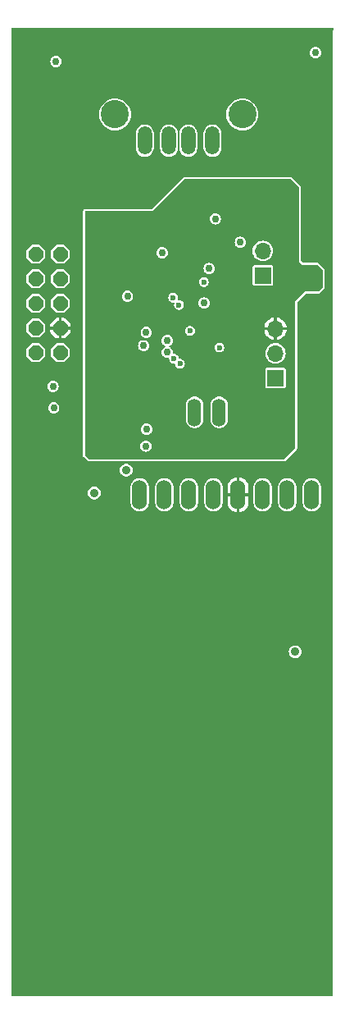
<source format=gbr>
%TF.GenerationSoftware,KiCad,Pcbnew,8.0.6*%
%TF.CreationDate,2024-11-27T18:57:57+00:00*%
%TF.ProjectId,wmk,776d6b2e-6b69-4636-9164-5f7063625858,rev?*%
%TF.SameCoordinates,Original*%
%TF.FileFunction,Copper,L2,Inr*%
%TF.FilePolarity,Positive*%
%FSLAX46Y46*%
G04 Gerber Fmt 4.6, Leading zero omitted, Abs format (unit mm)*
G04 Created by KiCad (PCBNEW 8.0.6) date 2024-11-27 18:57:57*
%MOMM*%
%LPD*%
G01*
G04 APERTURE LIST*
G04 Aperture macros list*
%AMOutline5P*
0 Free polygon, 5 corners , with rotation*
0 The origin of the aperture is its center*
0 number of corners: always 5*
0 $1 to $10 corner X, Y*
0 $11 Rotation angle, in degrees counterclockwise*
0 create outline with 5 corners*
4,1,5,$1,$2,$3,$4,$5,$6,$7,$8,$9,$10,$1,$2,$11*%
%AMOutline6P*
0 Free polygon, 6 corners , with rotation*
0 The origin of the aperture is its center*
0 number of corners: always 6*
0 $1 to $12 corner X, Y*
0 $13 Rotation angle, in degrees counterclockwise*
0 create outline with 6 corners*
4,1,6,$1,$2,$3,$4,$5,$6,$7,$8,$9,$10,$11,$12,$1,$2,$13*%
%AMOutline7P*
0 Free polygon, 7 corners , with rotation*
0 The origin of the aperture is its center*
0 number of corners: always 7*
0 $1 to $14 corner X, Y*
0 $15 Rotation angle, in degrees counterclockwise*
0 create outline with 7 corners*
4,1,7,$1,$2,$3,$4,$5,$6,$7,$8,$9,$10,$11,$12,$13,$14,$1,$2,$15*%
%AMOutline8P*
0 Free polygon, 8 corners , with rotation*
0 The origin of the aperture is its center*
0 number of corners: always 8*
0 $1 to $16 corner X, Y*
0 $17 Rotation angle, in degrees counterclockwise*
0 create outline with 8 corners*
4,1,8,$1,$2,$3,$4,$5,$6,$7,$8,$9,$10,$11,$12,$13,$14,$15,$16,$1,$2,$17*%
G04 Aperture macros list end*
%TA.AperFunction,ComponentPad*%
%ADD10R,1.700000X1.700000*%
%TD*%
%TA.AperFunction,ComponentPad*%
%ADD11O,1.700000X1.700000*%
%TD*%
%TA.AperFunction,ComponentPad*%
%ADD12O,1.422400X2.844800*%
%TD*%
%TA.AperFunction,ComponentPad*%
%ADD13O,1.458000X2.916000*%
%TD*%
%TA.AperFunction,ComponentPad*%
%ADD14C,2.900000*%
%TD*%
%TA.AperFunction,ComponentPad*%
%ADD15O,1.524000X3.048000*%
%TD*%
%TA.AperFunction,ComponentPad*%
%ADD16Outline8P,-0.762000X0.315631X-0.315631X0.762000X0.315631X0.762000X0.762000X0.315631X0.762000X-0.315631X0.315631X-0.762000X-0.315631X-0.762000X-0.762000X-0.315631X90.000000*%
%TD*%
%TA.AperFunction,ViaPad*%
%ADD17C,0.600000*%
%TD*%
%TA.AperFunction,ViaPad*%
%ADD18C,0.756400*%
%TD*%
%TA.AperFunction,ViaPad*%
%ADD19C,0.906400*%
%TD*%
G04 APERTURE END LIST*
D10*
%TO.N,/SWCLK*%
%TO.C,J2*%
X157200000Y-80625000D03*
D11*
%TO.N,/SWDIO*%
X157200000Y-78085000D03*
%TD*%
D12*
%TO.N,/RX*%
%TO.C,JP3*%
X150150000Y-94750000D03*
%TO.N,/TX*%
X152690000Y-94750000D03*
%TD*%
D13*
%TO.N,Net-(F1-Pad2)*%
%TO.C,X1*%
X152001100Y-66713600D03*
%TO.N,/USB_DM*%
X149501100Y-66713600D03*
%TO.N,/USB_DP*%
X147501100Y-66713600D03*
%TO.N,GND*%
X145001100Y-66713600D03*
D14*
%TO.N,unconnected-(X1-PadS1)*%
X155071100Y-64003600D03*
%TO.N,unconnected-(X1-PadS2)*%
X141931100Y-64003600D03*
%TD*%
D10*
%TO.N,GND*%
%TO.C,J1*%
X158500000Y-91190000D03*
D11*
%TO.N,Net-(J1-Pin_2)*%
X158500000Y-88650000D03*
%TO.N,VDD*%
X158500000Y-86110000D03*
%TD*%
D15*
%TO.N,/CLOCK*%
%TO.C,JP2*%
X162257431Y-103249369D03*
%TO.N,/DATA*%
X159717431Y-103249369D03*
%TO.N,/RESET*%
X157177431Y-103249369D03*
%TO.N,VCC*%
X154637431Y-103249369D03*
%TO.N,unconnected-(JP2-Pad5)*%
X152097431Y-103249369D03*
%TO.N,GND*%
X149557431Y-103249369D03*
%TO.N,/STATUS*%
X147017431Y-103249369D03*
%TO.N,/INUSE*%
X144477431Y-103249369D03*
%TD*%
D16*
%TO.N,Net-(U2-PB15)*%
%TO.C,JP1*%
X136271100Y-88583600D03*
%TO.N,Net-(U2-PB9)*%
X133731100Y-88583600D03*
%TO.N,VCC*%
X136271100Y-86043600D03*
%TO.N,Net-(U2-PB8)*%
X133731100Y-86043600D03*
%TO.N,GND*%
X136271100Y-83503600D03*
%TO.N,Net-(U2-PB5)*%
X133731100Y-83503600D03*
%TO.N,Net-(U2-PB14)*%
X136271100Y-80963600D03*
%TO.N,Net-(U2-PB4)*%
X133731100Y-80963600D03*
%TO.N,Net-(U2-PB13)*%
X136271100Y-78423600D03*
%TO.N,Net-(U2-PB3)*%
X133731100Y-78423600D03*
%TD*%
D17*
%TO.N,VDD*%
X154869200Y-78900000D03*
%TO.N,/SWCLK*%
X152700000Y-88053200D03*
%TO.N,/NRST*%
X151100000Y-81300000D03*
D18*
%TO.N,GND*%
X151140550Y-83459450D03*
X151650000Y-79900000D03*
X146792000Y-78272700D03*
X143210600Y-82768500D03*
X135590600Y-94274700D03*
X135819200Y-58536900D03*
D19*
X160546100Y-119446100D03*
X143083600Y-100713600D03*
D18*
X135514400Y-92064900D03*
D19*
X139781600Y-103063100D03*
D18*
%TO.N,VDD*%
X139857800Y-93512700D03*
X154793000Y-83530500D03*
X139934000Y-75605700D03*
X146563400Y-83378100D03*
X159746000Y-71719500D03*
X141762800Y-95417700D03*
X152049800Y-86578500D03*
X146258600Y-75072300D03*
%TO.N,VCC*%
X157536200Y-59756100D03*
X137038400Y-103190100D03*
X137571800Y-100142100D03*
%TO.N,Net-(U2-PA3)*%
X152278400Y-74767500D03*
X162641600Y-57622500D03*
%TO.N,Net-(U2-PB3)*%
X144887000Y-87873900D03*
%TO.N,Net-(U2-PB4)*%
X147325400Y-87340500D03*
%TO.N,Net-(U2-PB5)*%
X147325400Y-88559700D03*
D17*
%TO.N,Net-(U2-PB8)*%
X148031200Y-89204800D03*
%TO.N,Net-(U2-PB9)*%
X148627844Y-89741779D03*
D18*
%TO.N,/TX*%
X145115600Y-98237100D03*
%TO.N,/RX*%
X145191800Y-96484500D03*
%TO.N,/SWCLK*%
X145150000Y-86500000D03*
D17*
%TO.N,Net-(U2-BOOT0)*%
X149674500Y-86326084D03*
%TO.N,/USB_DP*%
X147929600Y-82905600D03*
%TO.N,/USB_DM*%
X148539200Y-83667600D03*
D18*
%TO.N,unconnected-(U2-PA2-Pad12)*%
X154869200Y-77205900D03*
%TD*%
%TA.AperFunction,Conductor*%
%TO.N,VCC*%
G36*
X164443094Y-55060506D02*
G01*
X164461400Y-55104700D01*
X164461400Y-55272307D01*
X164443094Y-55316501D01*
X164419345Y-55331019D01*
X164419000Y-55331495D01*
X164419000Y-154902500D01*
X164400694Y-154946694D01*
X164356500Y-154965000D01*
X131332200Y-154965000D01*
X131288006Y-154946694D01*
X131269700Y-154902500D01*
X131269700Y-119446097D01*
X159884375Y-119446097D01*
X159884375Y-119446102D01*
X159903602Y-119604454D01*
X159903603Y-119604457D01*
X159903603Y-119604458D01*
X159903604Y-119604461D01*
X159948271Y-119722240D01*
X159960173Y-119753622D01*
X160050789Y-119884902D01*
X160050792Y-119884905D01*
X160170197Y-119990689D01*
X160311449Y-120064824D01*
X160466338Y-120103000D01*
X160466339Y-120103000D01*
X160625861Y-120103000D01*
X160625862Y-120103000D01*
X160780751Y-120064824D01*
X160922003Y-119990689D01*
X161041408Y-119884905D01*
X161132028Y-119753619D01*
X161188596Y-119604461D01*
X161207825Y-119446100D01*
X161188596Y-119287739D01*
X161132028Y-119138581D01*
X161132026Y-119138579D01*
X161132026Y-119138577D01*
X161041410Y-119007297D01*
X161041406Y-119007293D01*
X160922002Y-118901510D01*
X160780752Y-118827376D01*
X160625864Y-118789200D01*
X160625862Y-118789200D01*
X160466338Y-118789200D01*
X160466335Y-118789200D01*
X160311447Y-118827376D01*
X160170197Y-118901510D01*
X160050793Y-119007293D01*
X160050789Y-119007297D01*
X159960173Y-119138577D01*
X159903603Y-119287742D01*
X159903602Y-119287745D01*
X159884375Y-119446097D01*
X131269700Y-119446097D01*
X131269700Y-103063097D01*
X139119875Y-103063097D01*
X139119875Y-103063102D01*
X139139102Y-103221454D01*
X139139103Y-103221457D01*
X139139103Y-103221458D01*
X139139104Y-103221461D01*
X139175052Y-103316249D01*
X139195673Y-103370622D01*
X139286289Y-103501902D01*
X139286292Y-103501905D01*
X139405697Y-103607689D01*
X139546949Y-103681824D01*
X139701838Y-103720000D01*
X139701839Y-103720000D01*
X139861361Y-103720000D01*
X139861362Y-103720000D01*
X140016251Y-103681824D01*
X140157503Y-103607689D01*
X140276908Y-103501905D01*
X140367528Y-103370619D01*
X140424096Y-103221461D01*
X140443325Y-103063100D01*
X140424096Y-102904739D01*
X140367528Y-102755581D01*
X140367526Y-102755579D01*
X140367526Y-102755577D01*
X140276910Y-102624297D01*
X140276906Y-102624293D01*
X140157502Y-102518510D01*
X140016252Y-102444376D01*
X139861364Y-102406200D01*
X139861362Y-102406200D01*
X139701838Y-102406200D01*
X139701835Y-102406200D01*
X139546947Y-102444376D01*
X139405697Y-102518510D01*
X139286293Y-102624293D01*
X139286289Y-102624297D01*
X139195673Y-102755577D01*
X139139103Y-102904742D01*
X139139102Y-102904745D01*
X139119875Y-103063097D01*
X131269700Y-103063097D01*
X131269700Y-102392255D01*
X143511731Y-102392255D01*
X143511731Y-104106482D01*
X143548842Y-104293052D01*
X143621638Y-104468801D01*
X143727322Y-104626966D01*
X143861833Y-104761477D01*
X144019998Y-104867161D01*
X144019999Y-104867161D01*
X144020000Y-104867162D01*
X144195747Y-104939958D01*
X144382318Y-104977069D01*
X144572544Y-104977069D01*
X144759115Y-104939958D01*
X144934862Y-104867162D01*
X145093029Y-104761477D01*
X145227539Y-104626967D01*
X145333224Y-104468800D01*
X145406020Y-104293053D01*
X145443131Y-104106482D01*
X145443131Y-102392256D01*
X145443131Y-102392255D01*
X146051731Y-102392255D01*
X146051731Y-104106482D01*
X146088842Y-104293052D01*
X146161638Y-104468801D01*
X146267322Y-104626966D01*
X146401833Y-104761477D01*
X146559998Y-104867161D01*
X146559999Y-104867161D01*
X146560000Y-104867162D01*
X146735747Y-104939958D01*
X146922318Y-104977069D01*
X147112544Y-104977069D01*
X147299115Y-104939958D01*
X147474862Y-104867162D01*
X147633029Y-104761477D01*
X147767539Y-104626967D01*
X147873224Y-104468800D01*
X147946020Y-104293053D01*
X147983131Y-104106482D01*
X147983131Y-102392256D01*
X147983131Y-102392255D01*
X148591731Y-102392255D01*
X148591731Y-104106482D01*
X148628842Y-104293052D01*
X148701638Y-104468801D01*
X148807322Y-104626966D01*
X148941833Y-104761477D01*
X149099998Y-104867161D01*
X149099999Y-104867161D01*
X149100000Y-104867162D01*
X149275747Y-104939958D01*
X149462318Y-104977069D01*
X149652544Y-104977069D01*
X149839115Y-104939958D01*
X150014862Y-104867162D01*
X150173029Y-104761477D01*
X150307539Y-104626967D01*
X150413224Y-104468800D01*
X150486020Y-104293053D01*
X150523131Y-104106482D01*
X150523131Y-102392256D01*
X150523131Y-102392255D01*
X151131731Y-102392255D01*
X151131731Y-104106482D01*
X151168842Y-104293052D01*
X151241638Y-104468801D01*
X151347322Y-104626966D01*
X151481833Y-104761477D01*
X151639998Y-104867161D01*
X151639999Y-104867161D01*
X151640000Y-104867162D01*
X151815747Y-104939958D01*
X152002318Y-104977069D01*
X152192544Y-104977069D01*
X152379115Y-104939958D01*
X152554862Y-104867162D01*
X152713029Y-104761477D01*
X152847539Y-104626967D01*
X152953224Y-104468800D01*
X153026020Y-104293053D01*
X153063131Y-104106482D01*
X153063131Y-102392256D01*
X153061166Y-102382376D01*
X153571431Y-102382376D01*
X153571431Y-103097369D01*
X154152239Y-103097369D01*
X154129431Y-103182489D01*
X154129431Y-103316249D01*
X154152239Y-103401369D01*
X153571431Y-103401369D01*
X153571431Y-104116361D01*
X153612396Y-104322308D01*
X153612396Y-104322309D01*
X153692754Y-104516309D01*
X153692755Y-104516311D01*
X153809414Y-104690903D01*
X153957896Y-104839385D01*
X154132488Y-104956044D01*
X154132490Y-104956045D01*
X154326488Y-105036402D01*
X154326491Y-105036403D01*
X154485430Y-105068018D01*
X154485431Y-105068017D01*
X154485431Y-103734561D01*
X154570551Y-103757369D01*
X154704311Y-103757369D01*
X154789431Y-103734561D01*
X154789431Y-105068018D01*
X154948370Y-105036403D01*
X154948373Y-105036402D01*
X155142371Y-104956045D01*
X155142373Y-104956044D01*
X155316965Y-104839385D01*
X155465447Y-104690903D01*
X155582106Y-104516311D01*
X155582107Y-104516309D01*
X155662465Y-104322309D01*
X155662465Y-104322308D01*
X155703430Y-104116361D01*
X155703431Y-104116361D01*
X155703431Y-103401369D01*
X155122623Y-103401369D01*
X155145431Y-103316249D01*
X155145431Y-103182489D01*
X155122623Y-103097369D01*
X155703431Y-103097369D01*
X155703431Y-102392255D01*
X156211731Y-102392255D01*
X156211731Y-104106482D01*
X156248842Y-104293052D01*
X156321638Y-104468801D01*
X156427322Y-104626966D01*
X156561833Y-104761477D01*
X156719998Y-104867161D01*
X156719999Y-104867161D01*
X156720000Y-104867162D01*
X156895747Y-104939958D01*
X157082318Y-104977069D01*
X157272544Y-104977069D01*
X157459115Y-104939958D01*
X157634862Y-104867162D01*
X157793029Y-104761477D01*
X157927539Y-104626967D01*
X158033224Y-104468800D01*
X158106020Y-104293053D01*
X158143131Y-104106482D01*
X158143131Y-102392256D01*
X158143131Y-102392255D01*
X158751731Y-102392255D01*
X158751731Y-104106482D01*
X158788842Y-104293052D01*
X158861638Y-104468801D01*
X158967322Y-104626966D01*
X159101833Y-104761477D01*
X159259998Y-104867161D01*
X159259999Y-104867161D01*
X159260000Y-104867162D01*
X159435747Y-104939958D01*
X159622318Y-104977069D01*
X159812544Y-104977069D01*
X159999115Y-104939958D01*
X160174862Y-104867162D01*
X160333029Y-104761477D01*
X160467539Y-104626967D01*
X160573224Y-104468800D01*
X160646020Y-104293053D01*
X160683131Y-104106482D01*
X160683131Y-102392256D01*
X160683131Y-102392255D01*
X161291731Y-102392255D01*
X161291731Y-104106482D01*
X161328842Y-104293052D01*
X161401638Y-104468801D01*
X161507322Y-104626966D01*
X161641833Y-104761477D01*
X161799998Y-104867161D01*
X161799999Y-104867161D01*
X161800000Y-104867162D01*
X161975747Y-104939958D01*
X162162318Y-104977069D01*
X162352544Y-104977069D01*
X162539115Y-104939958D01*
X162714862Y-104867162D01*
X162873029Y-104761477D01*
X163007539Y-104626967D01*
X163113224Y-104468800D01*
X163186020Y-104293053D01*
X163223131Y-104106482D01*
X163223131Y-102392256D01*
X163186020Y-102205685D01*
X163113224Y-102029938D01*
X163081478Y-101982428D01*
X163007539Y-101871771D01*
X162873028Y-101737260D01*
X162714863Y-101631576D01*
X162626988Y-101595178D01*
X162539115Y-101558780D01*
X162352544Y-101521669D01*
X162162318Y-101521669D01*
X161975747Y-101558780D01*
X161799998Y-101631576D01*
X161641833Y-101737260D01*
X161507322Y-101871771D01*
X161401638Y-102029936D01*
X161328842Y-102205685D01*
X161291731Y-102392255D01*
X160683131Y-102392255D01*
X160646020Y-102205685D01*
X160573224Y-102029938D01*
X160541478Y-101982428D01*
X160467539Y-101871771D01*
X160333028Y-101737260D01*
X160174863Y-101631576D01*
X160086988Y-101595178D01*
X159999115Y-101558780D01*
X159812544Y-101521669D01*
X159622318Y-101521669D01*
X159435747Y-101558780D01*
X159259998Y-101631576D01*
X159101833Y-101737260D01*
X158967322Y-101871771D01*
X158861638Y-102029936D01*
X158788842Y-102205685D01*
X158751731Y-102392255D01*
X158143131Y-102392255D01*
X158106020Y-102205685D01*
X158033224Y-102029938D01*
X158001478Y-101982428D01*
X157927539Y-101871771D01*
X157793028Y-101737260D01*
X157634863Y-101631576D01*
X157546988Y-101595178D01*
X157459115Y-101558780D01*
X157272544Y-101521669D01*
X157082318Y-101521669D01*
X156895747Y-101558780D01*
X156719998Y-101631576D01*
X156561833Y-101737260D01*
X156427322Y-101871771D01*
X156321638Y-102029936D01*
X156248842Y-102205685D01*
X156211731Y-102392255D01*
X155703431Y-102392255D01*
X155703431Y-102382377D01*
X155703430Y-102382376D01*
X155662465Y-102176429D01*
X155662465Y-102176428D01*
X155582107Y-101982428D01*
X155582106Y-101982426D01*
X155465447Y-101807834D01*
X155316965Y-101659352D01*
X155142373Y-101542693D01*
X155142371Y-101542692D01*
X154948370Y-101462334D01*
X154789431Y-101430719D01*
X154789431Y-102764176D01*
X154704311Y-102741369D01*
X154570551Y-102741369D01*
X154485431Y-102764176D01*
X154485431Y-101430719D01*
X154485430Y-101430719D01*
X154326491Y-101462334D01*
X154326490Y-101462334D01*
X154132490Y-101542692D01*
X154132488Y-101542693D01*
X153957896Y-101659352D01*
X153809414Y-101807834D01*
X153692755Y-101982426D01*
X153692754Y-101982428D01*
X153612396Y-102176428D01*
X153612396Y-102176429D01*
X153571431Y-102382376D01*
X153061166Y-102382376D01*
X153026020Y-102205685D01*
X152953224Y-102029938D01*
X152921478Y-101982428D01*
X152847539Y-101871771D01*
X152713028Y-101737260D01*
X152554863Y-101631576D01*
X152466988Y-101595178D01*
X152379115Y-101558780D01*
X152192544Y-101521669D01*
X152002318Y-101521669D01*
X151815747Y-101558780D01*
X151639998Y-101631576D01*
X151481833Y-101737260D01*
X151347322Y-101871771D01*
X151241638Y-102029936D01*
X151168842Y-102205685D01*
X151131731Y-102392255D01*
X150523131Y-102392255D01*
X150486020Y-102205685D01*
X150413224Y-102029938D01*
X150381478Y-101982428D01*
X150307539Y-101871771D01*
X150173028Y-101737260D01*
X150014863Y-101631576D01*
X149926988Y-101595178D01*
X149839115Y-101558780D01*
X149652544Y-101521669D01*
X149462318Y-101521669D01*
X149275747Y-101558780D01*
X149099998Y-101631576D01*
X148941833Y-101737260D01*
X148807322Y-101871771D01*
X148701638Y-102029936D01*
X148628842Y-102205685D01*
X148591731Y-102392255D01*
X147983131Y-102392255D01*
X147946020Y-102205685D01*
X147873224Y-102029938D01*
X147841478Y-101982428D01*
X147767539Y-101871771D01*
X147633028Y-101737260D01*
X147474863Y-101631576D01*
X147386988Y-101595178D01*
X147299115Y-101558780D01*
X147112544Y-101521669D01*
X146922318Y-101521669D01*
X146735747Y-101558780D01*
X146559998Y-101631576D01*
X146401833Y-101737260D01*
X146267322Y-101871771D01*
X146161638Y-102029936D01*
X146088842Y-102205685D01*
X146051731Y-102392255D01*
X145443131Y-102392255D01*
X145406020Y-102205685D01*
X145333224Y-102029938D01*
X145301478Y-101982428D01*
X145227539Y-101871771D01*
X145093028Y-101737260D01*
X144934863Y-101631576D01*
X144846988Y-101595178D01*
X144759115Y-101558780D01*
X144572544Y-101521669D01*
X144382318Y-101521669D01*
X144195747Y-101558780D01*
X144019998Y-101631576D01*
X143861833Y-101737260D01*
X143727322Y-101871771D01*
X143621638Y-102029936D01*
X143548842Y-102205685D01*
X143511731Y-102392255D01*
X131269700Y-102392255D01*
X131269700Y-100713597D01*
X142421875Y-100713597D01*
X142421875Y-100713602D01*
X142441102Y-100871954D01*
X142441103Y-100871957D01*
X142441103Y-100871958D01*
X142441104Y-100871961D01*
X142485771Y-100989740D01*
X142497673Y-101021122D01*
X142588289Y-101152402D01*
X142588292Y-101152405D01*
X142707697Y-101258189D01*
X142848949Y-101332324D01*
X143003838Y-101370500D01*
X143003839Y-101370500D01*
X143163361Y-101370500D01*
X143163362Y-101370500D01*
X143318251Y-101332324D01*
X143459503Y-101258189D01*
X143578908Y-101152405D01*
X143669528Y-101021119D01*
X143726096Y-100871961D01*
X143745325Y-100713600D01*
X143726096Y-100555239D01*
X143669528Y-100406081D01*
X143669526Y-100406079D01*
X143669526Y-100406077D01*
X143578910Y-100274797D01*
X143578906Y-100274793D01*
X143459502Y-100169010D01*
X143318252Y-100094876D01*
X143163364Y-100056700D01*
X143163362Y-100056700D01*
X143003838Y-100056700D01*
X143003835Y-100056700D01*
X142848947Y-100094876D01*
X142707697Y-100169010D01*
X142588293Y-100274793D01*
X142588289Y-100274797D01*
X142497673Y-100406077D01*
X142441103Y-100555242D01*
X142441102Y-100555245D01*
X142421875Y-100713597D01*
X131269700Y-100713597D01*
X131269700Y-94274697D01*
X135003679Y-94274697D01*
X135003679Y-94274702D01*
X135023676Y-94426599D01*
X135023677Y-94426605D01*
X135023678Y-94426606D01*
X135082312Y-94568161D01*
X135175584Y-94689716D01*
X135297139Y-94782988D01*
X135438694Y-94841622D01*
X135438698Y-94841622D01*
X135438700Y-94841623D01*
X135590597Y-94861621D01*
X135590600Y-94861621D01*
X135590603Y-94861621D01*
X135742499Y-94841623D01*
X135742499Y-94841622D01*
X135742506Y-94841622D01*
X135884061Y-94782988D01*
X136005616Y-94689716D01*
X136098888Y-94568161D01*
X136157522Y-94426606D01*
X136177521Y-94274700D01*
X136157522Y-94122794D01*
X136098888Y-93981240D01*
X136005616Y-93859684D01*
X136005614Y-93859683D01*
X136005614Y-93859682D01*
X135884061Y-93766412D01*
X135884058Y-93766410D01*
X135742509Y-93707779D01*
X135742499Y-93707776D01*
X135590603Y-93687779D01*
X135590597Y-93687779D01*
X135438700Y-93707776D01*
X135438690Y-93707779D01*
X135297143Y-93766410D01*
X135175584Y-93859684D01*
X135082310Y-93981243D01*
X135023679Y-94122790D01*
X135023676Y-94122800D01*
X135003679Y-94274697D01*
X131269700Y-94274697D01*
X131269700Y-92064897D01*
X134927479Y-92064897D01*
X134927479Y-92064902D01*
X134947476Y-92216799D01*
X134947477Y-92216805D01*
X134947478Y-92216806D01*
X135006112Y-92358361D01*
X135099384Y-92479916D01*
X135220939Y-92573188D01*
X135362494Y-92631822D01*
X135362498Y-92631822D01*
X135362500Y-92631823D01*
X135514397Y-92651821D01*
X135514400Y-92651821D01*
X135514403Y-92651821D01*
X135666299Y-92631823D01*
X135666299Y-92631822D01*
X135666306Y-92631822D01*
X135807861Y-92573188D01*
X135929416Y-92479916D01*
X136022688Y-92358361D01*
X136081322Y-92216806D01*
X136101321Y-92064900D01*
X136081322Y-91912994D01*
X136022688Y-91771440D01*
X135929416Y-91649884D01*
X135929414Y-91649883D01*
X135929414Y-91649882D01*
X135807861Y-91556612D01*
X135807858Y-91556610D01*
X135666309Y-91497979D01*
X135666299Y-91497976D01*
X135514403Y-91477979D01*
X135514397Y-91477979D01*
X135362500Y-91497976D01*
X135362490Y-91497979D01*
X135220943Y-91556610D01*
X135099384Y-91649884D01*
X135006110Y-91771443D01*
X134947479Y-91912990D01*
X134947476Y-91913000D01*
X134927479Y-92064897D01*
X131269700Y-92064897D01*
X131269700Y-88247905D01*
X132765399Y-88247905D01*
X132765399Y-88919295D01*
X132777218Y-88978711D01*
X132777218Y-88978712D01*
X132810874Y-89029081D01*
X133285617Y-89503824D01*
X133285623Y-89503829D01*
X133335987Y-89537480D01*
X133335989Y-89537481D01*
X133395405Y-89549300D01*
X134066796Y-89549301D01*
X134126211Y-89537482D01*
X134176582Y-89503825D01*
X134651326Y-89029081D01*
X134684981Y-88978711D01*
X134696800Y-88919295D01*
X134696801Y-88247905D01*
X135305399Y-88247905D01*
X135305399Y-88919295D01*
X135317218Y-88978711D01*
X135317218Y-88978712D01*
X135350874Y-89029081D01*
X135825617Y-89503824D01*
X135825623Y-89503829D01*
X135875987Y-89537480D01*
X135875989Y-89537481D01*
X135935405Y-89549300D01*
X136606796Y-89549301D01*
X136666211Y-89537482D01*
X136716582Y-89503825D01*
X137191326Y-89029081D01*
X137224981Y-88978711D01*
X137236800Y-88919295D01*
X137236801Y-88247904D01*
X137224982Y-88188489D01*
X137191325Y-88138118D01*
X136716581Y-87663374D01*
X136716579Y-87663373D01*
X136716576Y-87663370D01*
X136666212Y-87629719D01*
X136606794Y-87617899D01*
X135935404Y-87617899D01*
X135875988Y-87629718D01*
X135875987Y-87629718D01*
X135825618Y-87663374D01*
X135350875Y-88138117D01*
X135350870Y-88138123D01*
X135317219Y-88188487D01*
X135305399Y-88247905D01*
X134696801Y-88247905D01*
X134696801Y-88247904D01*
X134684982Y-88188489D01*
X134651325Y-88138118D01*
X134176581Y-87663374D01*
X134176579Y-87663373D01*
X134176576Y-87663370D01*
X134126212Y-87629719D01*
X134066794Y-87617899D01*
X133395404Y-87617899D01*
X133335988Y-87629718D01*
X133335987Y-87629718D01*
X133285618Y-87663374D01*
X132810875Y-88138117D01*
X132810870Y-88138123D01*
X132777219Y-88188487D01*
X132765399Y-88247905D01*
X131269700Y-88247905D01*
X131269700Y-85707905D01*
X132765399Y-85707905D01*
X132765399Y-86110480D01*
X132765399Y-86379296D01*
X132777218Y-86438711D01*
X132777218Y-86438712D01*
X132810874Y-86489081D01*
X133285617Y-86963824D01*
X133285623Y-86963829D01*
X133335987Y-86997480D01*
X133335989Y-86997481D01*
X133395405Y-87009300D01*
X134066796Y-87009301D01*
X134126211Y-86997482D01*
X134176582Y-86963825D01*
X134651326Y-86489081D01*
X134684981Y-86438711D01*
X134696800Y-86379295D01*
X134696801Y-85707904D01*
X134690753Y-85677499D01*
X135205100Y-85677499D01*
X135205100Y-85891600D01*
X135785908Y-85891600D01*
X135763100Y-85976720D01*
X135763100Y-86110480D01*
X135785908Y-86195600D01*
X135205100Y-86195600D01*
X135205100Y-86409703D01*
X135205101Y-86409725D01*
X135206493Y-86423062D01*
X135206495Y-86423069D01*
X135249984Y-86528062D01*
X135249989Y-86528069D01*
X135258442Y-86538492D01*
X135258451Y-86538502D01*
X135776190Y-87056242D01*
X135776202Y-87056253D01*
X135786631Y-87064713D01*
X135891637Y-87108206D01*
X135891634Y-87108206D01*
X135904999Y-87109600D01*
X136119100Y-87109600D01*
X136119100Y-86528792D01*
X136204220Y-86551600D01*
X136337980Y-86551600D01*
X136423100Y-86528792D01*
X136423100Y-87109600D01*
X136637204Y-87109600D01*
X136637225Y-87109598D01*
X136650562Y-87108206D01*
X136650569Y-87108204D01*
X136755562Y-87064715D01*
X136755569Y-87064710D01*
X136765992Y-87056257D01*
X136766002Y-87056248D01*
X137283742Y-86538509D01*
X137283753Y-86538497D01*
X137292213Y-86528068D01*
X137335706Y-86423063D01*
X137337100Y-86409700D01*
X137337100Y-86195600D01*
X136756292Y-86195600D01*
X136779100Y-86110480D01*
X136779100Y-85976720D01*
X136756292Y-85891600D01*
X137337100Y-85891600D01*
X137337100Y-85677496D01*
X137337098Y-85677474D01*
X137335706Y-85664137D01*
X137335704Y-85664130D01*
X137292215Y-85559137D01*
X137292210Y-85559130D01*
X137283757Y-85548707D01*
X137283748Y-85548697D01*
X136766009Y-85030957D01*
X136765997Y-85030946D01*
X136755568Y-85022486D01*
X136650562Y-84978993D01*
X136650565Y-84978993D01*
X136637201Y-84977600D01*
X136423100Y-84977600D01*
X136423100Y-85558407D01*
X136337980Y-85535600D01*
X136204220Y-85535600D01*
X136119100Y-85558407D01*
X136119100Y-84977600D01*
X135904996Y-84977600D01*
X135904974Y-84977601D01*
X135891637Y-84978993D01*
X135891630Y-84978995D01*
X135786637Y-85022484D01*
X135786630Y-85022489D01*
X135776207Y-85030942D01*
X135776197Y-85030951D01*
X135258457Y-85548690D01*
X135258446Y-85548702D01*
X135249986Y-85559131D01*
X135206493Y-85664136D01*
X135205100Y-85677499D01*
X134690753Y-85677499D01*
X134684982Y-85648489D01*
X134651325Y-85598118D01*
X134176581Y-85123374D01*
X134176579Y-85123373D01*
X134176576Y-85123370D01*
X134126212Y-85089719D01*
X134066794Y-85077899D01*
X133395404Y-85077899D01*
X133335988Y-85089718D01*
X133335987Y-85089718D01*
X133285618Y-85123374D01*
X132810875Y-85598117D01*
X132810870Y-85598123D01*
X132777219Y-85648487D01*
X132765399Y-85707905D01*
X131269700Y-85707905D01*
X131269700Y-83167905D01*
X132765399Y-83167905D01*
X132765399Y-83839295D01*
X132777218Y-83898711D01*
X132777218Y-83898712D01*
X132810874Y-83949081D01*
X133285617Y-84423824D01*
X133285623Y-84423829D01*
X133335987Y-84457480D01*
X133335989Y-84457481D01*
X133395405Y-84469300D01*
X134066796Y-84469301D01*
X134126211Y-84457482D01*
X134176582Y-84423825D01*
X134651326Y-83949081D01*
X134684981Y-83898711D01*
X134696800Y-83839295D01*
X134696801Y-83167905D01*
X135305399Y-83167905D01*
X135305399Y-83839295D01*
X135317218Y-83898711D01*
X135317218Y-83898712D01*
X135350874Y-83949081D01*
X135825617Y-84423824D01*
X135825623Y-84423829D01*
X135875987Y-84457480D01*
X135875989Y-84457481D01*
X135935405Y-84469300D01*
X136606796Y-84469301D01*
X136666211Y-84457482D01*
X136716582Y-84423825D01*
X137191326Y-83949081D01*
X137224981Y-83898711D01*
X137236800Y-83839295D01*
X137236801Y-83167904D01*
X137224982Y-83108489D01*
X137191325Y-83058118D01*
X136716581Y-82583374D01*
X136716579Y-82583373D01*
X136716576Y-82583370D01*
X136666212Y-82549719D01*
X136606794Y-82537899D01*
X135935404Y-82537899D01*
X135875988Y-82549718D01*
X135875987Y-82549718D01*
X135825618Y-82583374D01*
X135350875Y-83058117D01*
X135350870Y-83058123D01*
X135317219Y-83108487D01*
X135305399Y-83167905D01*
X134696801Y-83167905D01*
X134696801Y-83167904D01*
X134684982Y-83108489D01*
X134651325Y-83058118D01*
X134176581Y-82583374D01*
X134176579Y-82583373D01*
X134176576Y-82583370D01*
X134126212Y-82549719D01*
X134066794Y-82537899D01*
X133395404Y-82537899D01*
X133335988Y-82549718D01*
X133335987Y-82549718D01*
X133285618Y-82583374D01*
X132810875Y-83058117D01*
X132810870Y-83058123D01*
X132777219Y-83108487D01*
X132765399Y-83167905D01*
X131269700Y-83167905D01*
X131269700Y-80627905D01*
X132765399Y-80627905D01*
X132765399Y-81299295D01*
X132777218Y-81358711D01*
X132777218Y-81358712D01*
X132810874Y-81409081D01*
X133285617Y-81883824D01*
X133285623Y-81883829D01*
X133335987Y-81917480D01*
X133335989Y-81917481D01*
X133395405Y-81929300D01*
X134066796Y-81929301D01*
X134126211Y-81917482D01*
X134176582Y-81883825D01*
X134651326Y-81409081D01*
X134684981Y-81358711D01*
X134696800Y-81299295D01*
X134696801Y-80627905D01*
X135305399Y-80627905D01*
X135305399Y-81299295D01*
X135317218Y-81358711D01*
X135317218Y-81358712D01*
X135350874Y-81409081D01*
X135825617Y-81883824D01*
X135825623Y-81883829D01*
X135875987Y-81917480D01*
X135875989Y-81917481D01*
X135935405Y-81929300D01*
X136606796Y-81929301D01*
X136666211Y-81917482D01*
X136716582Y-81883825D01*
X137191326Y-81409081D01*
X137224981Y-81358711D01*
X137236800Y-81299295D01*
X137236801Y-80627904D01*
X137224982Y-80568489D01*
X137191325Y-80518118D01*
X136716581Y-80043374D01*
X136716579Y-80043373D01*
X136716576Y-80043370D01*
X136666212Y-80009719D01*
X136606794Y-79997899D01*
X135935404Y-79997899D01*
X135875988Y-80009718D01*
X135875987Y-80009718D01*
X135825618Y-80043374D01*
X135350875Y-80518117D01*
X135350870Y-80518123D01*
X135317219Y-80568487D01*
X135305399Y-80627905D01*
X134696801Y-80627905D01*
X134696801Y-80627904D01*
X134684982Y-80568489D01*
X134651325Y-80518118D01*
X134176581Y-80043374D01*
X134176579Y-80043373D01*
X134176576Y-80043370D01*
X134126212Y-80009719D01*
X134066794Y-79997899D01*
X133395404Y-79997899D01*
X133335988Y-80009718D01*
X133335987Y-80009718D01*
X133285618Y-80043374D01*
X132810875Y-80518117D01*
X132810870Y-80518123D01*
X132777219Y-80568487D01*
X132765399Y-80627905D01*
X131269700Y-80627905D01*
X131269700Y-78087905D01*
X132765399Y-78087905D01*
X132765399Y-78759295D01*
X132777218Y-78818711D01*
X132777218Y-78818712D01*
X132810874Y-78869081D01*
X133285617Y-79343824D01*
X133285623Y-79343829D01*
X133335987Y-79377480D01*
X133335989Y-79377481D01*
X133395405Y-79389300D01*
X134066796Y-79389301D01*
X134126211Y-79377482D01*
X134176582Y-79343825D01*
X134651326Y-78869081D01*
X134684981Y-78818711D01*
X134696800Y-78759295D01*
X134696801Y-78087905D01*
X135305399Y-78087905D01*
X135305399Y-78759295D01*
X135317218Y-78818711D01*
X135317218Y-78818712D01*
X135350874Y-78869081D01*
X135825617Y-79343824D01*
X135825623Y-79343829D01*
X135875987Y-79377480D01*
X135875989Y-79377481D01*
X135935405Y-79389300D01*
X136606796Y-79389301D01*
X136666211Y-79377482D01*
X136716582Y-79343825D01*
X137191326Y-78869081D01*
X137224981Y-78818711D01*
X137236800Y-78759295D01*
X137236801Y-78087904D01*
X137224982Y-78028489D01*
X137191325Y-77978118D01*
X136716581Y-77503374D01*
X136716579Y-77503373D01*
X136716576Y-77503370D01*
X136666212Y-77469719D01*
X136606794Y-77457899D01*
X135935404Y-77457899D01*
X135875988Y-77469718D01*
X135875987Y-77469718D01*
X135825618Y-77503374D01*
X135350875Y-77978117D01*
X135350870Y-77978123D01*
X135317219Y-78028487D01*
X135305399Y-78087905D01*
X134696801Y-78087905D01*
X134696801Y-78087904D01*
X134684982Y-78028489D01*
X134651325Y-77978118D01*
X134176581Y-77503374D01*
X134176579Y-77503373D01*
X134176576Y-77503370D01*
X134126212Y-77469719D01*
X134066794Y-77457899D01*
X133395404Y-77457899D01*
X133335988Y-77469718D01*
X133335987Y-77469718D01*
X133285618Y-77503374D01*
X132810875Y-77978117D01*
X132810870Y-77978123D01*
X132777219Y-78028487D01*
X132765399Y-78087905D01*
X131269700Y-78087905D01*
X131269700Y-74017198D01*
X138607700Y-74017198D01*
X138607700Y-99182502D01*
X138608018Y-99194015D01*
X138608401Y-99200936D01*
X138608402Y-99200945D01*
X138633967Y-99290071D01*
X138633970Y-99290078D01*
X138657042Y-99331974D01*
X138657044Y-99331977D01*
X138709483Y-99394271D01*
X139132357Y-99732571D01*
X139132359Y-99732572D01*
X139177888Y-99757805D01*
X139193648Y-99766539D01*
X139232691Y-99780235D01*
X139290008Y-99789996D01*
X139301773Y-99792000D01*
X139301774Y-99792000D01*
X159391717Y-99792000D01*
X159471584Y-99776113D01*
X159515778Y-99757807D01*
X159583484Y-99712567D01*
X160688067Y-98607984D01*
X160733307Y-98540278D01*
X160751613Y-98496084D01*
X160767500Y-98416217D01*
X160767500Y-83390640D01*
X160785806Y-83346446D01*
X161619346Y-82512906D01*
X161663540Y-82494600D01*
X162896917Y-82494600D01*
X162976784Y-82478713D01*
X163020978Y-82460407D01*
X163088684Y-82415167D01*
X163507467Y-81996384D01*
X163552707Y-81928678D01*
X163571013Y-81884484D01*
X163586900Y-81804617D01*
X163586900Y-80074783D01*
X163571013Y-79994916D01*
X163552707Y-79950722D01*
X163507467Y-79883016D01*
X163012484Y-79388033D01*
X162996693Y-79377482D01*
X162944779Y-79342794D01*
X162944780Y-79342794D01*
X162944778Y-79342793D01*
X162900584Y-79324487D01*
X162900582Y-79324486D01*
X162820718Y-79308600D01*
X162820717Y-79308600D01*
X161358740Y-79308600D01*
X161314546Y-79290294D01*
X161166806Y-79142554D01*
X161148500Y-79098360D01*
X161148500Y-71540383D01*
X161132613Y-71460516D01*
X161114307Y-71416322D01*
X161069067Y-71348616D01*
X160269284Y-70548833D01*
X160201578Y-70503593D01*
X160157384Y-70485287D01*
X160157382Y-70485286D01*
X160077518Y-70469400D01*
X160077517Y-70469400D01*
X149127483Y-70469400D01*
X149127481Y-70469400D01*
X149047617Y-70485286D01*
X149047616Y-70485286D01*
X149003424Y-70503592D01*
X149003420Y-70503594D01*
X148935716Y-70548832D01*
X145756854Y-73727694D01*
X145712660Y-73746000D01*
X138878898Y-73746000D01*
X138799034Y-73761886D01*
X138754845Y-73780190D01*
X138754832Y-73780197D01*
X138695642Y-73817388D01*
X138695640Y-73817390D01*
X138641895Y-73893134D01*
X138623585Y-73937338D01*
X138607700Y-74017198D01*
X131269700Y-74017198D01*
X131269700Y-65892736D01*
X144068400Y-65892736D01*
X144068400Y-67534463D01*
X144104242Y-67714657D01*
X144104242Y-67714658D01*
X144174550Y-67884396D01*
X144174551Y-67884398D01*
X144174552Y-67884399D01*
X144276625Y-68037162D01*
X144406538Y-68167075D01*
X144559301Y-68269148D01*
X144729041Y-68339457D01*
X144909237Y-68375300D01*
X145092963Y-68375300D01*
X145273159Y-68339457D01*
X145442899Y-68269148D01*
X145595662Y-68167075D01*
X145725575Y-68037162D01*
X145827648Y-67884399D01*
X145897957Y-67714659D01*
X145933800Y-67534463D01*
X145933800Y-65892737D01*
X145933800Y-65892736D01*
X146568400Y-65892736D01*
X146568400Y-67534463D01*
X146604242Y-67714657D01*
X146604242Y-67714658D01*
X146674550Y-67884396D01*
X146674551Y-67884398D01*
X146674552Y-67884399D01*
X146776625Y-68037162D01*
X146906538Y-68167075D01*
X147059301Y-68269148D01*
X147229041Y-68339457D01*
X147409237Y-68375300D01*
X147592963Y-68375300D01*
X147773159Y-68339457D01*
X147942899Y-68269148D01*
X148095662Y-68167075D01*
X148225575Y-68037162D01*
X148327648Y-67884399D01*
X148397957Y-67714659D01*
X148433800Y-67534463D01*
X148433800Y-65892737D01*
X148433800Y-65892736D01*
X148568400Y-65892736D01*
X148568400Y-67534463D01*
X148604242Y-67714657D01*
X148604242Y-67714658D01*
X148674550Y-67884396D01*
X148674551Y-67884398D01*
X148674552Y-67884399D01*
X148776625Y-68037162D01*
X148906538Y-68167075D01*
X149059301Y-68269148D01*
X149229041Y-68339457D01*
X149409237Y-68375300D01*
X149592963Y-68375300D01*
X149773159Y-68339457D01*
X149942899Y-68269148D01*
X150095662Y-68167075D01*
X150225575Y-68037162D01*
X150327648Y-67884399D01*
X150397957Y-67714659D01*
X150433800Y-67534463D01*
X150433800Y-65892737D01*
X150433800Y-65892736D01*
X151068400Y-65892736D01*
X151068400Y-67534463D01*
X151104242Y-67714657D01*
X151104242Y-67714658D01*
X151174550Y-67884396D01*
X151174551Y-67884398D01*
X151174552Y-67884399D01*
X151276625Y-68037162D01*
X151406538Y-68167075D01*
X151559301Y-68269148D01*
X151729041Y-68339457D01*
X151909237Y-68375300D01*
X152092963Y-68375300D01*
X152273159Y-68339457D01*
X152442899Y-68269148D01*
X152595662Y-68167075D01*
X152725575Y-68037162D01*
X152827648Y-67884399D01*
X152897957Y-67714659D01*
X152933800Y-67534463D01*
X152933800Y-65892737D01*
X152897957Y-65712541D01*
X152877194Y-65662414D01*
X152827649Y-65542803D01*
X152827648Y-65542802D01*
X152827648Y-65542801D01*
X152725575Y-65390038D01*
X152595662Y-65260125D01*
X152442899Y-65158052D01*
X152442898Y-65158051D01*
X152442896Y-65158050D01*
X152273157Y-65087742D01*
X152092963Y-65051900D01*
X151909237Y-65051900D01*
X151729042Y-65087742D01*
X151729041Y-65087742D01*
X151559303Y-65158050D01*
X151559299Y-65158053D01*
X151406538Y-65260124D01*
X151276624Y-65390038D01*
X151174553Y-65542799D01*
X151174550Y-65542803D01*
X151104242Y-65712541D01*
X151104242Y-65712542D01*
X151068400Y-65892736D01*
X150433800Y-65892736D01*
X150397957Y-65712541D01*
X150377194Y-65662414D01*
X150327649Y-65542803D01*
X150327648Y-65542802D01*
X150327648Y-65542801D01*
X150225575Y-65390038D01*
X150095662Y-65260125D01*
X149942899Y-65158052D01*
X149942898Y-65158051D01*
X149942896Y-65158050D01*
X149773157Y-65087742D01*
X149592963Y-65051900D01*
X149409237Y-65051900D01*
X149229042Y-65087742D01*
X149229041Y-65087742D01*
X149059303Y-65158050D01*
X149059299Y-65158053D01*
X148906538Y-65260124D01*
X148776624Y-65390038D01*
X148674553Y-65542799D01*
X148674550Y-65542803D01*
X148604242Y-65712541D01*
X148604242Y-65712542D01*
X148568400Y-65892736D01*
X148433800Y-65892736D01*
X148397957Y-65712541D01*
X148377194Y-65662414D01*
X148327649Y-65542803D01*
X148327648Y-65542802D01*
X148327648Y-65542801D01*
X148225575Y-65390038D01*
X148095662Y-65260125D01*
X147942899Y-65158052D01*
X147942898Y-65158051D01*
X147942896Y-65158050D01*
X147773157Y-65087742D01*
X147592963Y-65051900D01*
X147409237Y-65051900D01*
X147229042Y-65087742D01*
X147229041Y-65087742D01*
X147059303Y-65158050D01*
X147059299Y-65158053D01*
X146906538Y-65260124D01*
X146776624Y-65390038D01*
X146674553Y-65542799D01*
X146674550Y-65542803D01*
X146604242Y-65712541D01*
X146604242Y-65712542D01*
X146568400Y-65892736D01*
X145933800Y-65892736D01*
X145897957Y-65712541D01*
X145877194Y-65662414D01*
X145827649Y-65542803D01*
X145827648Y-65542802D01*
X145827648Y-65542801D01*
X145725575Y-65390038D01*
X145595662Y-65260125D01*
X145442899Y-65158052D01*
X145442898Y-65158051D01*
X145442896Y-65158050D01*
X145273157Y-65087742D01*
X145092963Y-65051900D01*
X144909237Y-65051900D01*
X144729042Y-65087742D01*
X144729041Y-65087742D01*
X144559303Y-65158050D01*
X144559299Y-65158053D01*
X144406538Y-65260124D01*
X144276624Y-65390038D01*
X144174553Y-65542799D01*
X144174550Y-65542803D01*
X144104242Y-65712541D01*
X144104242Y-65712542D01*
X144068400Y-65892736D01*
X131269700Y-65892736D01*
X131269700Y-64003595D01*
X140272286Y-64003595D01*
X140272286Y-64003604D01*
X140292707Y-64263089D01*
X140292708Y-64263093D01*
X140353472Y-64516196D01*
X140353475Y-64516205D01*
X140453083Y-64756681D01*
X140453085Y-64756684D01*
X140589088Y-64978622D01*
X140758140Y-65176559D01*
X140877502Y-65278502D01*
X140956074Y-65345609D01*
X141178014Y-65481614D01*
X141178016Y-65481615D01*
X141178018Y-65481616D01*
X141298256Y-65531420D01*
X141418498Y-65581226D01*
X141671604Y-65641991D01*
X141671606Y-65641991D01*
X141671610Y-65641992D01*
X141931096Y-65662414D01*
X141931100Y-65662414D01*
X141931104Y-65662414D01*
X142190589Y-65641992D01*
X142190591Y-65641991D01*
X142190596Y-65641991D01*
X142443702Y-65581226D01*
X142684186Y-65481614D01*
X142906126Y-65345609D01*
X143104059Y-65176559D01*
X143273109Y-64978626D01*
X143409114Y-64756686D01*
X143508726Y-64516202D01*
X143569491Y-64263096D01*
X143589914Y-64003600D01*
X143589914Y-64003595D01*
X153412286Y-64003595D01*
X153412286Y-64003604D01*
X153432707Y-64263089D01*
X153432708Y-64263093D01*
X153493472Y-64516196D01*
X153493475Y-64516205D01*
X153593083Y-64756681D01*
X153593085Y-64756684D01*
X153729088Y-64978622D01*
X153898140Y-65176559D01*
X154017502Y-65278502D01*
X154096074Y-65345609D01*
X154318014Y-65481614D01*
X154318016Y-65481615D01*
X154318018Y-65481616D01*
X154438256Y-65531420D01*
X154558498Y-65581226D01*
X154811604Y-65641991D01*
X154811606Y-65641991D01*
X154811610Y-65641992D01*
X155071096Y-65662414D01*
X155071100Y-65662414D01*
X155071104Y-65662414D01*
X155330589Y-65641992D01*
X155330591Y-65641991D01*
X155330596Y-65641991D01*
X155583702Y-65581226D01*
X155824186Y-65481614D01*
X156046126Y-65345609D01*
X156244059Y-65176559D01*
X156413109Y-64978626D01*
X156549114Y-64756686D01*
X156648726Y-64516202D01*
X156709491Y-64263096D01*
X156729914Y-64003600D01*
X156729914Y-64003595D01*
X156709492Y-63744110D01*
X156709491Y-63744106D01*
X156648727Y-63491003D01*
X156648726Y-63490998D01*
X156549114Y-63250514D01*
X156413109Y-63028574D01*
X156346002Y-62950002D01*
X156244059Y-62830640D01*
X156046122Y-62661588D01*
X155824184Y-62525585D01*
X155824181Y-62525583D01*
X155583705Y-62425975D01*
X155583696Y-62425972D01*
X155330593Y-62365208D01*
X155330589Y-62365207D01*
X155071104Y-62344786D01*
X155071096Y-62344786D01*
X154811610Y-62365207D01*
X154811606Y-62365208D01*
X154558503Y-62425972D01*
X154558494Y-62425975D01*
X154318018Y-62525583D01*
X154318015Y-62525585D01*
X154096077Y-62661588D01*
X153898140Y-62830640D01*
X153729088Y-63028577D01*
X153593085Y-63250515D01*
X153593083Y-63250518D01*
X153493475Y-63490994D01*
X153493472Y-63491003D01*
X153432708Y-63744106D01*
X153432707Y-63744110D01*
X153412286Y-64003595D01*
X143589914Y-64003595D01*
X143569492Y-63744110D01*
X143569491Y-63744106D01*
X143508727Y-63491003D01*
X143508726Y-63490998D01*
X143409114Y-63250514D01*
X143273109Y-63028574D01*
X143206002Y-62950002D01*
X143104059Y-62830640D01*
X142906122Y-62661588D01*
X142684184Y-62525585D01*
X142684181Y-62525583D01*
X142443705Y-62425975D01*
X142443696Y-62425972D01*
X142190593Y-62365208D01*
X142190589Y-62365207D01*
X141931104Y-62344786D01*
X141931096Y-62344786D01*
X141671610Y-62365207D01*
X141671606Y-62365208D01*
X141418503Y-62425972D01*
X141418494Y-62425975D01*
X141178018Y-62525583D01*
X141178015Y-62525585D01*
X140956077Y-62661588D01*
X140758140Y-62830640D01*
X140589088Y-63028577D01*
X140453085Y-63250515D01*
X140453083Y-63250518D01*
X140353475Y-63490994D01*
X140353472Y-63491003D01*
X140292708Y-63744106D01*
X140292707Y-63744110D01*
X140272286Y-64003595D01*
X131269700Y-64003595D01*
X131269700Y-58536897D01*
X135232279Y-58536897D01*
X135232279Y-58536902D01*
X135252276Y-58688799D01*
X135252277Y-58688805D01*
X135252278Y-58688806D01*
X135310912Y-58830361D01*
X135404184Y-58951916D01*
X135525739Y-59045188D01*
X135667294Y-59103822D01*
X135667298Y-59103822D01*
X135667300Y-59103823D01*
X135819197Y-59123821D01*
X135819200Y-59123821D01*
X135819203Y-59123821D01*
X135971099Y-59103823D01*
X135971099Y-59103822D01*
X135971106Y-59103822D01*
X136112661Y-59045188D01*
X136234216Y-58951916D01*
X136327488Y-58830361D01*
X136386122Y-58688806D01*
X136406121Y-58536900D01*
X136386122Y-58384994D01*
X136327488Y-58243440D01*
X136234216Y-58121884D01*
X136234214Y-58121883D01*
X136234214Y-58121882D01*
X136112661Y-58028612D01*
X136112658Y-58028610D01*
X135971109Y-57969979D01*
X135971099Y-57969976D01*
X135819203Y-57949979D01*
X135819197Y-57949979D01*
X135667300Y-57969976D01*
X135667290Y-57969979D01*
X135525743Y-58028610D01*
X135525740Y-58028611D01*
X135525740Y-58028612D01*
X135404184Y-58121884D01*
X135337016Y-58209421D01*
X135310910Y-58243443D01*
X135252279Y-58384990D01*
X135252276Y-58385000D01*
X135232279Y-58536897D01*
X131269700Y-58536897D01*
X131269700Y-57622497D01*
X162054679Y-57622497D01*
X162054679Y-57622502D01*
X162074676Y-57774399D01*
X162074677Y-57774405D01*
X162074678Y-57774406D01*
X162133312Y-57915961D01*
X162226584Y-58037516D01*
X162348139Y-58130788D01*
X162489694Y-58189422D01*
X162489698Y-58189422D01*
X162489700Y-58189423D01*
X162641597Y-58209421D01*
X162641600Y-58209421D01*
X162641603Y-58209421D01*
X162793499Y-58189423D01*
X162793499Y-58189422D01*
X162793506Y-58189422D01*
X162935061Y-58130788D01*
X163056616Y-58037516D01*
X163149888Y-57915961D01*
X163208522Y-57774406D01*
X163228521Y-57622500D01*
X163208522Y-57470594D01*
X163149888Y-57329040D01*
X163056616Y-57207484D01*
X163056614Y-57207483D01*
X163056614Y-57207482D01*
X162935061Y-57114212D01*
X162935058Y-57114210D01*
X162793509Y-57055579D01*
X162793499Y-57055576D01*
X162641603Y-57035579D01*
X162641597Y-57035579D01*
X162489700Y-57055576D01*
X162489690Y-57055579D01*
X162348143Y-57114210D01*
X162226584Y-57207484D01*
X162133310Y-57329043D01*
X162074679Y-57470590D01*
X162074676Y-57470600D01*
X162054679Y-57622497D01*
X131269700Y-57622497D01*
X131269700Y-55104700D01*
X131288006Y-55060506D01*
X131332200Y-55042200D01*
X164398900Y-55042200D01*
X164443094Y-55060506D01*
G37*
%TD.AperFunction*%
%TD*%
%TA.AperFunction,Conductor*%
%TO.N,VDD*%
G36*
X160121711Y-70696406D02*
G01*
X160921494Y-71496189D01*
X160939800Y-71540383D01*
X160939800Y-79210694D01*
X161246406Y-79517300D01*
X162820717Y-79517300D01*
X162864911Y-79535606D01*
X163359894Y-80030589D01*
X163378200Y-80074783D01*
X163378200Y-81804617D01*
X163359894Y-81848811D01*
X162941111Y-82267594D01*
X162896917Y-82285900D01*
X161551206Y-82285900D01*
X160558800Y-83278306D01*
X160558800Y-98416217D01*
X160540494Y-98460411D01*
X159435911Y-99564994D01*
X159391717Y-99583300D01*
X139301774Y-99583300D01*
X139262731Y-99569604D01*
X138839857Y-99231304D01*
X138816782Y-99189402D01*
X138816400Y-99182500D01*
X138816400Y-98237097D01*
X144528679Y-98237097D01*
X144528679Y-98237102D01*
X144548676Y-98388999D01*
X144548677Y-98389005D01*
X144548678Y-98389006D01*
X144607312Y-98530561D01*
X144700584Y-98652116D01*
X144822139Y-98745388D01*
X144963694Y-98804022D01*
X144963698Y-98804022D01*
X144963700Y-98804023D01*
X145115597Y-98824021D01*
X145115600Y-98824021D01*
X145115603Y-98824021D01*
X145267499Y-98804023D01*
X145267499Y-98804022D01*
X145267506Y-98804022D01*
X145409061Y-98745388D01*
X145530616Y-98652116D01*
X145623888Y-98530561D01*
X145682522Y-98389006D01*
X145702521Y-98237100D01*
X145682522Y-98085194D01*
X145623888Y-97943640D01*
X145530616Y-97822084D01*
X145530614Y-97822083D01*
X145530614Y-97822082D01*
X145409061Y-97728812D01*
X145409058Y-97728810D01*
X145267509Y-97670179D01*
X145267499Y-97670176D01*
X145115603Y-97650179D01*
X145115597Y-97650179D01*
X144963700Y-97670176D01*
X144963690Y-97670179D01*
X144822143Y-97728810D01*
X144700584Y-97822084D01*
X144607310Y-97943643D01*
X144548679Y-98085190D01*
X144548676Y-98085200D01*
X144528679Y-98237097D01*
X138816400Y-98237097D01*
X138816400Y-96484497D01*
X144604879Y-96484497D01*
X144604879Y-96484502D01*
X144624876Y-96636399D01*
X144624877Y-96636405D01*
X144624878Y-96636406D01*
X144683512Y-96777961D01*
X144776784Y-96899516D01*
X144898339Y-96992788D01*
X145039894Y-97051422D01*
X145039898Y-97051422D01*
X145039900Y-97051423D01*
X145191797Y-97071421D01*
X145191800Y-97071421D01*
X145191803Y-97071421D01*
X145343699Y-97051423D01*
X145343699Y-97051422D01*
X145343706Y-97051422D01*
X145485261Y-96992788D01*
X145606816Y-96899516D01*
X145700088Y-96777961D01*
X145758722Y-96636406D01*
X145778721Y-96484500D01*
X145758722Y-96332594D01*
X145700088Y-96191040D01*
X145606816Y-96069484D01*
X145606814Y-96069483D01*
X145606814Y-96069482D01*
X145485261Y-95976212D01*
X145485258Y-95976210D01*
X145343709Y-95917579D01*
X145343699Y-95917576D01*
X145191803Y-95897579D01*
X145191797Y-95897579D01*
X145039900Y-95917576D01*
X145039890Y-95917579D01*
X144898343Y-95976210D01*
X144776784Y-96069484D01*
X144683510Y-96191043D01*
X144624879Y-96332590D01*
X144624876Y-96332600D01*
X144604879Y-96484497D01*
X138816400Y-96484497D01*
X138816400Y-93948689D01*
X149235100Y-93948689D01*
X149235100Y-95551310D01*
X149270258Y-95728065D01*
X149270258Y-95728066D01*
X149339226Y-95894568D01*
X149339227Y-95894570D01*
X149393779Y-95976212D01*
X149439351Y-96044415D01*
X149566785Y-96171849D01*
X149716632Y-96271974D01*
X149883133Y-96340941D01*
X150059890Y-96376100D01*
X150240110Y-96376100D01*
X150416867Y-96340941D01*
X150583368Y-96271974D01*
X150733215Y-96171849D01*
X150860649Y-96044415D01*
X150960774Y-95894568D01*
X151029741Y-95728067D01*
X151064900Y-95551310D01*
X151064900Y-93948690D01*
X151064900Y-93948689D01*
X151775100Y-93948689D01*
X151775100Y-95551310D01*
X151810258Y-95728065D01*
X151810258Y-95728066D01*
X151879226Y-95894568D01*
X151879227Y-95894570D01*
X151933779Y-95976212D01*
X151979351Y-96044415D01*
X152106785Y-96171849D01*
X152256632Y-96271974D01*
X152423133Y-96340941D01*
X152599890Y-96376100D01*
X152780110Y-96376100D01*
X152956867Y-96340941D01*
X153123368Y-96271974D01*
X153273215Y-96171849D01*
X153400649Y-96044415D01*
X153500774Y-95894568D01*
X153569741Y-95728067D01*
X153604900Y-95551310D01*
X153604900Y-93948690D01*
X153569741Y-93771933D01*
X153500774Y-93605432D01*
X153400649Y-93455585D01*
X153273215Y-93328151D01*
X153273214Y-93328150D01*
X153123370Y-93228027D01*
X153123368Y-93228026D01*
X152956865Y-93159058D01*
X152780110Y-93123900D01*
X152599890Y-93123900D01*
X152423134Y-93159058D01*
X152423133Y-93159058D01*
X152256631Y-93228026D01*
X152256629Y-93228027D01*
X152106785Y-93328150D01*
X151979350Y-93455585D01*
X151879227Y-93605429D01*
X151879226Y-93605431D01*
X151810258Y-93771933D01*
X151810258Y-93771934D01*
X151775100Y-93948689D01*
X151064900Y-93948689D01*
X151029741Y-93771933D01*
X150960774Y-93605432D01*
X150860649Y-93455585D01*
X150733215Y-93328151D01*
X150733214Y-93328150D01*
X150583370Y-93228027D01*
X150583368Y-93228026D01*
X150416865Y-93159058D01*
X150240110Y-93123900D01*
X150059890Y-93123900D01*
X149883134Y-93159058D01*
X149883133Y-93159058D01*
X149716631Y-93228026D01*
X149716629Y-93228027D01*
X149566785Y-93328150D01*
X149439350Y-93455585D01*
X149339227Y-93605429D01*
X149339226Y-93605431D01*
X149270258Y-93771933D01*
X149270258Y-93771934D01*
X149235100Y-93948689D01*
X138816400Y-93948689D01*
X138816400Y-92060063D01*
X157446299Y-92060063D01*
X157458119Y-92119480D01*
X157458119Y-92119481D01*
X157480629Y-92153170D01*
X157503140Y-92186860D01*
X157570520Y-92231881D01*
X157629936Y-92243700D01*
X157629937Y-92243700D01*
X159370063Y-92243700D01*
X159370064Y-92243700D01*
X159429480Y-92231881D01*
X159496860Y-92186860D01*
X159541881Y-92119480D01*
X159553700Y-92060064D01*
X159553700Y-90319936D01*
X159541881Y-90260520D01*
X159496860Y-90193140D01*
X159429480Y-90148119D01*
X159370064Y-90136300D01*
X157629936Y-90136300D01*
X157600228Y-90142209D01*
X157570519Y-90148119D01*
X157570518Y-90148119D01*
X157503140Y-90193140D01*
X157458119Y-90260518D01*
X157458119Y-90260519D01*
X157446300Y-90319936D01*
X157446300Y-92060063D01*
X157446299Y-92060063D01*
X138816400Y-92060063D01*
X138816400Y-87873897D01*
X144300079Y-87873897D01*
X144300079Y-87873902D01*
X144320076Y-88025799D01*
X144320079Y-88025809D01*
X144330683Y-88051410D01*
X144378712Y-88167361D01*
X144471984Y-88288916D01*
X144593539Y-88382188D01*
X144735094Y-88440822D01*
X144735098Y-88440822D01*
X144735100Y-88440823D01*
X144886997Y-88460821D01*
X144887000Y-88460821D01*
X144887003Y-88460821D01*
X145038899Y-88440823D01*
X145038899Y-88440822D01*
X145038906Y-88440822D01*
X145180461Y-88382188D01*
X145302016Y-88288916D01*
X145395288Y-88167361D01*
X145453922Y-88025806D01*
X145467038Y-87926182D01*
X145473921Y-87873902D01*
X145473921Y-87873897D01*
X145453923Y-87722000D01*
X145453922Y-87721998D01*
X145453922Y-87721994D01*
X145395288Y-87580440D01*
X145302016Y-87458884D01*
X145302014Y-87458883D01*
X145302014Y-87458882D01*
X145180461Y-87365612D01*
X145180458Y-87365610D01*
X145119829Y-87340497D01*
X146738479Y-87340497D01*
X146738479Y-87340502D01*
X146758476Y-87492399D01*
X146758479Y-87492409D01*
X146807827Y-87611547D01*
X146817112Y-87633961D01*
X146910384Y-87755516D01*
X147031939Y-87848788D01*
X147064852Y-87862421D01*
X147137125Y-87892358D01*
X147170949Y-87926182D01*
X147170949Y-87974018D01*
X147137125Y-88007842D01*
X147031943Y-88051410D01*
X147031940Y-88051411D01*
X147031940Y-88051412D01*
X147018450Y-88061763D01*
X146910384Y-88144684D01*
X146817110Y-88266243D01*
X146758479Y-88407790D01*
X146758476Y-88407800D01*
X146738479Y-88559697D01*
X146738479Y-88559702D01*
X146758476Y-88711599D01*
X146758479Y-88711609D01*
X146771028Y-88741906D01*
X146817112Y-88853161D01*
X146910384Y-88974716D01*
X147031939Y-89067988D01*
X147173494Y-89126622D01*
X147173498Y-89126622D01*
X147173500Y-89126623D01*
X147325397Y-89146621D01*
X147325400Y-89146621D01*
X147325403Y-89146621D01*
X147452888Y-89129837D01*
X147499093Y-89142217D01*
X147523011Y-89183644D01*
X147522910Y-89200696D01*
X147522320Y-89204799D01*
X147542932Y-89348166D01*
X147542933Y-89348168D01*
X147603103Y-89479921D01*
X147697954Y-89589386D01*
X147819804Y-89667694D01*
X147819806Y-89667694D01*
X147819807Y-89667695D01*
X147958776Y-89708499D01*
X147958778Y-89708500D01*
X148060023Y-89708500D01*
X148104217Y-89726806D01*
X148121887Y-89762106D01*
X148139576Y-89885145D01*
X148139577Y-89885147D01*
X148199747Y-90016900D01*
X148294598Y-90126365D01*
X148416448Y-90204673D01*
X148416450Y-90204673D01*
X148416451Y-90204674D01*
X148555420Y-90245478D01*
X148555422Y-90245479D01*
X148555423Y-90245479D01*
X148700266Y-90245479D01*
X148700266Y-90245478D01*
X148839240Y-90204673D01*
X148961090Y-90126365D01*
X149055941Y-90016900D01*
X149116111Y-89885147D01*
X149136724Y-89741779D01*
X149116111Y-89598411D01*
X149055941Y-89466658D01*
X148961090Y-89357193D01*
X148839240Y-89278885D01*
X148839238Y-89278884D01*
X148839236Y-89278883D01*
X148700267Y-89238079D01*
X148700265Y-89238079D01*
X148599021Y-89238079D01*
X148554827Y-89219773D01*
X148537157Y-89184473D01*
X148528839Y-89126620D01*
X148519467Y-89061432D01*
X148459297Y-88929679D01*
X148364446Y-88820214D01*
X148242596Y-88741906D01*
X148242594Y-88741905D01*
X148242592Y-88741904D01*
X148103623Y-88701100D01*
X148103621Y-88701100D01*
X147964973Y-88701100D01*
X147920779Y-88682794D01*
X147907194Y-88649998D01*
X157441202Y-88649998D01*
X157441202Y-88650001D01*
X157461546Y-88856557D01*
X157461547Y-88856562D01*
X157497388Y-88974716D01*
X157521798Y-89055184D01*
X157559983Y-89126623D01*
X157619638Y-89238231D01*
X157619642Y-89238237D01*
X157751317Y-89398683D01*
X157911763Y-89530358D01*
X157911765Y-89530359D01*
X157911768Y-89530361D01*
X157952668Y-89552222D01*
X158094816Y-89628202D01*
X158293439Y-89688453D01*
X158434321Y-89702329D01*
X158499999Y-89708798D01*
X158500000Y-89708798D01*
X158500001Y-89708798D01*
X158565679Y-89702329D01*
X158706561Y-89688453D01*
X158905184Y-89628202D01*
X159088237Y-89530358D01*
X159248683Y-89398683D01*
X159380358Y-89238237D01*
X159478202Y-89055184D01*
X159538453Y-88856561D01*
X159558798Y-88650000D01*
X159538453Y-88443439D01*
X159478202Y-88244816D01*
X159380358Y-88061763D01*
X159248683Y-87901317D01*
X159088237Y-87769642D01*
X159088231Y-87769638D01*
X158989187Y-87716698D01*
X158905184Y-87671798D01*
X158905181Y-87671797D01*
X158905179Y-87671796D01*
X158706562Y-87611547D01*
X158706557Y-87611546D01*
X158500001Y-87591202D01*
X158499999Y-87591202D01*
X158293442Y-87611546D01*
X158293437Y-87611547D01*
X158094820Y-87671796D01*
X157911768Y-87769638D01*
X157911762Y-87769642D01*
X157751317Y-87901317D01*
X157619642Y-88061762D01*
X157619638Y-88061768D01*
X157521796Y-88244820D01*
X157461547Y-88443437D01*
X157461546Y-88443442D01*
X157441202Y-88649998D01*
X147907194Y-88649998D01*
X147902473Y-88638600D01*
X147903008Y-88630442D01*
X147912321Y-88559702D01*
X147912321Y-88559697D01*
X147892323Y-88407800D01*
X147892322Y-88407798D01*
X147892322Y-88407794D01*
X147833688Y-88266240D01*
X147740416Y-88144684D01*
X147740414Y-88144683D01*
X147740414Y-88144682D01*
X147621191Y-88053200D01*
X152191120Y-88053200D01*
X152211732Y-88196566D01*
X152211733Y-88196568D01*
X152271903Y-88328321D01*
X152366754Y-88437786D01*
X152488604Y-88516094D01*
X152488606Y-88516094D01*
X152488607Y-88516095D01*
X152627576Y-88556899D01*
X152627578Y-88556900D01*
X152627579Y-88556900D01*
X152772422Y-88556900D01*
X152772422Y-88556899D01*
X152911396Y-88516094D01*
X153033246Y-88437786D01*
X153128097Y-88328321D01*
X153188267Y-88196568D01*
X153208880Y-88053200D01*
X153188267Y-87909832D01*
X153128097Y-87778079D01*
X153033246Y-87668614D01*
X152911396Y-87590306D01*
X152911394Y-87590305D01*
X152911392Y-87590304D01*
X152772423Y-87549500D01*
X152772421Y-87549500D01*
X152627579Y-87549500D01*
X152627577Y-87549500D01*
X152488607Y-87590304D01*
X152366756Y-87668612D01*
X152366754Y-87668613D01*
X152366754Y-87668614D01*
X152320495Y-87722000D01*
X152271902Y-87778080D01*
X152211732Y-87909833D01*
X152191120Y-88053200D01*
X147621191Y-88053200D01*
X147618862Y-88051413D01*
X147618861Y-88051412D01*
X147513672Y-88007841D01*
X147479850Y-87974018D01*
X147479849Y-87926182D01*
X147513674Y-87892358D01*
X147513674Y-87892357D01*
X147618861Y-87848788D01*
X147740416Y-87755516D01*
X147833688Y-87633961D01*
X147892322Y-87492406D01*
X147912321Y-87340500D01*
X147907907Y-87306976D01*
X147892323Y-87188600D01*
X147892322Y-87188598D01*
X147892322Y-87188594D01*
X147833688Y-87047040D01*
X147740416Y-86925484D01*
X147740414Y-86925483D01*
X147740414Y-86925482D01*
X147618861Y-86832212D01*
X147618858Y-86832210D01*
X147477309Y-86773579D01*
X147477299Y-86773576D01*
X147325403Y-86753579D01*
X147325397Y-86753579D01*
X147173500Y-86773576D01*
X147173490Y-86773579D01*
X147031943Y-86832210D01*
X147031940Y-86832211D01*
X147031940Y-86832212D01*
X146910384Y-86925484D01*
X146826464Y-87034853D01*
X146817110Y-87047043D01*
X146758479Y-87188590D01*
X146758476Y-87188600D01*
X146738479Y-87340497D01*
X145119829Y-87340497D01*
X145038909Y-87306979D01*
X145038899Y-87306976D01*
X144887003Y-87286979D01*
X144886997Y-87286979D01*
X144735100Y-87306976D01*
X144735090Y-87306979D01*
X144593543Y-87365610D01*
X144471984Y-87458884D01*
X144378710Y-87580443D01*
X144320079Y-87721990D01*
X144320076Y-87722000D01*
X144300079Y-87873897D01*
X138816400Y-87873897D01*
X138816400Y-86499997D01*
X144563079Y-86499997D01*
X144563079Y-86500002D01*
X144583076Y-86651899D01*
X144583079Y-86651909D01*
X144633476Y-86773579D01*
X144641712Y-86793461D01*
X144734984Y-86915016D01*
X144856539Y-87008288D01*
X144998094Y-87066922D01*
X144998098Y-87066922D01*
X144998100Y-87066923D01*
X145149997Y-87086921D01*
X145150000Y-87086921D01*
X145150003Y-87086921D01*
X145301899Y-87066923D01*
X145301899Y-87066922D01*
X145301906Y-87066922D01*
X145443461Y-87008288D01*
X145565016Y-86915016D01*
X145658288Y-86793461D01*
X145716922Y-86651906D01*
X145733148Y-86528659D01*
X145736921Y-86500002D01*
X145736921Y-86499997D01*
X145716923Y-86348100D01*
X145716922Y-86348098D01*
X145716922Y-86348094D01*
X145707805Y-86326084D01*
X149165620Y-86326084D01*
X149186232Y-86469450D01*
X149200183Y-86499997D01*
X149246403Y-86601205D01*
X149341254Y-86710670D01*
X149463104Y-86788978D01*
X149463106Y-86788978D01*
X149463107Y-86788979D01*
X149602076Y-86829783D01*
X149602078Y-86829784D01*
X149602079Y-86829784D01*
X149746922Y-86829784D01*
X149746922Y-86829783D01*
X149885896Y-86788978D01*
X150007746Y-86710670D01*
X150102597Y-86601205D01*
X150162767Y-86469452D01*
X150183380Y-86326084D01*
X150162767Y-86182716D01*
X150102597Y-86050963D01*
X150022044Y-85957999D01*
X157355140Y-85957999D01*
X157355141Y-85958000D01*
X158023091Y-85958000D01*
X158000000Y-86044174D01*
X158000000Y-86175826D01*
X158023091Y-86262000D01*
X157355140Y-86262000D01*
X157360787Y-86322947D01*
X157360789Y-86322958D01*
X157419317Y-86528659D01*
X157514646Y-86720104D01*
X157514649Y-86720110D01*
X157643521Y-86890766D01*
X157643528Y-86890773D01*
X157801575Y-87034853D01*
X157983415Y-87147444D01*
X158182842Y-87224702D01*
X158348000Y-87255574D01*
X158348000Y-86586909D01*
X158434174Y-86610000D01*
X158565826Y-86610000D01*
X158652000Y-86586909D01*
X158652000Y-87255574D01*
X158817157Y-87224702D01*
X159016584Y-87147444D01*
X159198424Y-87034853D01*
X159356471Y-86890773D01*
X159356478Y-86890766D01*
X159485350Y-86720110D01*
X159485353Y-86720104D01*
X159580682Y-86528659D01*
X159639210Y-86322958D01*
X159639212Y-86322947D01*
X159644859Y-86262000D01*
X158976909Y-86262000D01*
X159000000Y-86175826D01*
X159000000Y-86044174D01*
X158976909Y-85958000D01*
X159644859Y-85958000D01*
X159644859Y-85957999D01*
X159639212Y-85897052D01*
X159639210Y-85897041D01*
X159580682Y-85691340D01*
X159485353Y-85499895D01*
X159485350Y-85499889D01*
X159356478Y-85329233D01*
X159356471Y-85329226D01*
X159198424Y-85185146D01*
X159016584Y-85072555D01*
X158817156Y-84995297D01*
X158652000Y-84964424D01*
X158652000Y-85633090D01*
X158565826Y-85610000D01*
X158434174Y-85610000D01*
X158348000Y-85633090D01*
X158348000Y-84964424D01*
X158182843Y-84995297D01*
X157983415Y-85072555D01*
X157801575Y-85185146D01*
X157643528Y-85329226D01*
X157643521Y-85329233D01*
X157514649Y-85499889D01*
X157514646Y-85499895D01*
X157419317Y-85691340D01*
X157360789Y-85897041D01*
X157360787Y-85897052D01*
X157355140Y-85957999D01*
X150022044Y-85957999D01*
X150007746Y-85941498D01*
X149885896Y-85863190D01*
X149885894Y-85863189D01*
X149885892Y-85863188D01*
X149746923Y-85822384D01*
X149746921Y-85822384D01*
X149602079Y-85822384D01*
X149602077Y-85822384D01*
X149463107Y-85863188D01*
X149341256Y-85941496D01*
X149341254Y-85941497D01*
X149341254Y-85941498D01*
X149297744Y-85991712D01*
X149246402Y-86050964D01*
X149186232Y-86182717D01*
X149165620Y-86326084D01*
X145707805Y-86326084D01*
X145658288Y-86206540D01*
X145565016Y-86084984D01*
X145565014Y-86084983D01*
X145565014Y-86084982D01*
X145443461Y-85991712D01*
X145443458Y-85991710D01*
X145301909Y-85933079D01*
X145301899Y-85933076D01*
X145150003Y-85913079D01*
X145149997Y-85913079D01*
X144998100Y-85933076D01*
X144998090Y-85933079D01*
X144856543Y-85991710D01*
X144856540Y-85991711D01*
X144856540Y-85991712D01*
X144734984Y-86084984D01*
X144665280Y-86175826D01*
X144641710Y-86206543D01*
X144583079Y-86348090D01*
X144583076Y-86348100D01*
X144563079Y-86499997D01*
X138816400Y-86499997D01*
X138816400Y-82768497D01*
X142623679Y-82768497D01*
X142623679Y-82768502D01*
X142643676Y-82920399D01*
X142643679Y-82920409D01*
X142656417Y-82951162D01*
X142702312Y-83061961D01*
X142795584Y-83183516D01*
X142917139Y-83276788D01*
X143058694Y-83335422D01*
X143058698Y-83335422D01*
X143058700Y-83335423D01*
X143210597Y-83355421D01*
X143210600Y-83355421D01*
X143210603Y-83355421D01*
X143362499Y-83335423D01*
X143362499Y-83335422D01*
X143362506Y-83335422D01*
X143504061Y-83276788D01*
X143625616Y-83183516D01*
X143718888Y-83061961D01*
X143777522Y-82920406D01*
X143779471Y-82905600D01*
X147420720Y-82905600D01*
X147441332Y-83048966D01*
X147494776Y-83165990D01*
X147501503Y-83180721D01*
X147596354Y-83290186D01*
X147718204Y-83368494D01*
X147718206Y-83368494D01*
X147718207Y-83368495D01*
X147857176Y-83409299D01*
X147857178Y-83409300D01*
X148006169Y-83409300D01*
X148050363Y-83427606D01*
X148068669Y-83471800D01*
X148063021Y-83497764D01*
X148050932Y-83524233D01*
X148030320Y-83667600D01*
X148050932Y-83810966D01*
X148050933Y-83810968D01*
X148111103Y-83942721D01*
X148205954Y-84052186D01*
X148327804Y-84130494D01*
X148327806Y-84130494D01*
X148327807Y-84130495D01*
X148466776Y-84171299D01*
X148466778Y-84171300D01*
X148466779Y-84171300D01*
X148611622Y-84171300D01*
X148611622Y-84171299D01*
X148750596Y-84130494D01*
X148872446Y-84052186D01*
X148967297Y-83942721D01*
X149027467Y-83810968D01*
X149048080Y-83667600D01*
X149027467Y-83524232D01*
X148997880Y-83459447D01*
X150553629Y-83459447D01*
X150553629Y-83459452D01*
X150573626Y-83611349D01*
X150573627Y-83611355D01*
X150573628Y-83611356D01*
X150632262Y-83752911D01*
X150725534Y-83874466D01*
X150847089Y-83967738D01*
X150988644Y-84026372D01*
X150988648Y-84026372D01*
X150988650Y-84026373D01*
X151140547Y-84046371D01*
X151140550Y-84046371D01*
X151140553Y-84046371D01*
X151292449Y-84026373D01*
X151292449Y-84026372D01*
X151292456Y-84026372D01*
X151434011Y-83967738D01*
X151555566Y-83874466D01*
X151648838Y-83752911D01*
X151707472Y-83611356D01*
X151727471Y-83459450D01*
X151720868Y-83409299D01*
X151707473Y-83307550D01*
X151707472Y-83307548D01*
X151707472Y-83307544D01*
X151648838Y-83165990D01*
X151555566Y-83044434D01*
X151555564Y-83044433D01*
X151555564Y-83044432D01*
X151434011Y-82951162D01*
X151434008Y-82951160D01*
X151292459Y-82892529D01*
X151292449Y-82892526D01*
X151140553Y-82872529D01*
X151140547Y-82872529D01*
X150988650Y-82892526D01*
X150988640Y-82892529D01*
X150847093Y-82951160D01*
X150725534Y-83044434D01*
X150632260Y-83165993D01*
X150573629Y-83307540D01*
X150573626Y-83307550D01*
X150553629Y-83459447D01*
X148997880Y-83459447D01*
X148967297Y-83392479D01*
X148872446Y-83283014D01*
X148750596Y-83204706D01*
X148750594Y-83204705D01*
X148750592Y-83204704D01*
X148611623Y-83163900D01*
X148611621Y-83163900D01*
X148466779Y-83163900D01*
X148462631Y-83163900D01*
X148418437Y-83145594D01*
X148400131Y-83101400D01*
X148405779Y-83075436D01*
X148411933Y-83061961D01*
X148417867Y-83048968D01*
X148438480Y-82905600D01*
X148417867Y-82762232D01*
X148357697Y-82630479D01*
X148262846Y-82521014D01*
X148140996Y-82442706D01*
X148140994Y-82442705D01*
X148140992Y-82442704D01*
X148002023Y-82401900D01*
X148002021Y-82401900D01*
X147857179Y-82401900D01*
X147857177Y-82401900D01*
X147718207Y-82442704D01*
X147596356Y-82521012D01*
X147501502Y-82630480D01*
X147441332Y-82762233D01*
X147420720Y-82905600D01*
X143779471Y-82905600D01*
X143797521Y-82768500D01*
X143777522Y-82616594D01*
X143718888Y-82475040D01*
X143625616Y-82353484D01*
X143625614Y-82353483D01*
X143625614Y-82353482D01*
X143504061Y-82260212D01*
X143504058Y-82260210D01*
X143362509Y-82201579D01*
X143362499Y-82201576D01*
X143210603Y-82181579D01*
X143210597Y-82181579D01*
X143058700Y-82201576D01*
X143058690Y-82201579D01*
X142917143Y-82260210D01*
X142917140Y-82260211D01*
X142917140Y-82260212D01*
X142795584Y-82353484D01*
X142727123Y-82442706D01*
X142702310Y-82475043D01*
X142643679Y-82616590D01*
X142643676Y-82616600D01*
X142623679Y-82768497D01*
X138816400Y-82768497D01*
X138816400Y-81300000D01*
X150591120Y-81300000D01*
X150611732Y-81443366D01*
X150662477Y-81554480D01*
X150671903Y-81575121D01*
X150766754Y-81684586D01*
X150888604Y-81762894D01*
X150888606Y-81762894D01*
X150888607Y-81762895D01*
X151027576Y-81803699D01*
X151027578Y-81803700D01*
X151027579Y-81803700D01*
X151172422Y-81803700D01*
X151172422Y-81803699D01*
X151311396Y-81762894D01*
X151433246Y-81684586D01*
X151528097Y-81575121D01*
X151564659Y-81495063D01*
X156146299Y-81495063D01*
X156158119Y-81554480D01*
X156158119Y-81554481D01*
X156180629Y-81588170D01*
X156203140Y-81621860D01*
X156270520Y-81666881D01*
X156329936Y-81678700D01*
X156329937Y-81678700D01*
X158070063Y-81678700D01*
X158070064Y-81678700D01*
X158129480Y-81666881D01*
X158196860Y-81621860D01*
X158241881Y-81554480D01*
X158253700Y-81495064D01*
X158253700Y-79754936D01*
X158241881Y-79695520D01*
X158196860Y-79628140D01*
X158129480Y-79583119D01*
X158070064Y-79571300D01*
X156329936Y-79571300D01*
X156300228Y-79577209D01*
X156270519Y-79583119D01*
X156270518Y-79583119D01*
X156203140Y-79628140D01*
X156158119Y-79695518D01*
X156158119Y-79695519D01*
X156146300Y-79754936D01*
X156146300Y-81495063D01*
X156146299Y-81495063D01*
X151564659Y-81495063D01*
X151588267Y-81443368D01*
X151608880Y-81300000D01*
X151588267Y-81156632D01*
X151528097Y-81024879D01*
X151433246Y-80915414D01*
X151311396Y-80837106D01*
X151311394Y-80837105D01*
X151311392Y-80837104D01*
X151172423Y-80796300D01*
X151172421Y-80796300D01*
X151027579Y-80796300D01*
X151027577Y-80796300D01*
X150888607Y-80837104D01*
X150766756Y-80915412D01*
X150671902Y-81024880D01*
X150611732Y-81156633D01*
X150591120Y-81300000D01*
X138816400Y-81300000D01*
X138816400Y-79899997D01*
X151063079Y-79899997D01*
X151063079Y-79900002D01*
X151083076Y-80051899D01*
X151083077Y-80051905D01*
X151083078Y-80051906D01*
X151141712Y-80193461D01*
X151234984Y-80315016D01*
X151356539Y-80408288D01*
X151498094Y-80466922D01*
X151498098Y-80466922D01*
X151498100Y-80466923D01*
X151649997Y-80486921D01*
X151650000Y-80486921D01*
X151650003Y-80486921D01*
X151801899Y-80466923D01*
X151801899Y-80466922D01*
X151801906Y-80466922D01*
X151943461Y-80408288D01*
X152065016Y-80315016D01*
X152158288Y-80193461D01*
X152216922Y-80051906D01*
X152216923Y-80051899D01*
X152236921Y-79900002D01*
X152236921Y-79899997D01*
X152216923Y-79748100D01*
X152216922Y-79748098D01*
X152216922Y-79748094D01*
X152158288Y-79606540D01*
X152065016Y-79484984D01*
X152065014Y-79484983D01*
X152065014Y-79484982D01*
X151943461Y-79391712D01*
X151943458Y-79391710D01*
X151801909Y-79333079D01*
X151801899Y-79333076D01*
X151650003Y-79313079D01*
X151649997Y-79313079D01*
X151498100Y-79333076D01*
X151498090Y-79333079D01*
X151356543Y-79391710D01*
X151356540Y-79391711D01*
X151356540Y-79391712D01*
X151234984Y-79484984D01*
X151159684Y-79583119D01*
X151141710Y-79606543D01*
X151083079Y-79748090D01*
X151083076Y-79748100D01*
X151063079Y-79899997D01*
X138816400Y-79899997D01*
X138816400Y-78272697D01*
X146205079Y-78272697D01*
X146205079Y-78272702D01*
X146225076Y-78424599D01*
X146225077Y-78424605D01*
X146225078Y-78424606D01*
X146283712Y-78566161D01*
X146376984Y-78687716D01*
X146498539Y-78780988D01*
X146640094Y-78839622D01*
X146640098Y-78839622D01*
X146640100Y-78839623D01*
X146791997Y-78859621D01*
X146792000Y-78859621D01*
X146792003Y-78859621D01*
X146943899Y-78839623D01*
X146943899Y-78839622D01*
X146943906Y-78839622D01*
X147085461Y-78780988D01*
X147207016Y-78687716D01*
X147300288Y-78566161D01*
X147358922Y-78424606D01*
X147376438Y-78291561D01*
X147378921Y-78272702D01*
X147378921Y-78272697D01*
X147358923Y-78120800D01*
X147358922Y-78120798D01*
X147358922Y-78120794D01*
X147344095Y-78084998D01*
X156141202Y-78084998D01*
X156141202Y-78085001D01*
X156161546Y-78291557D01*
X156161547Y-78291561D01*
X156221798Y-78490184D01*
X156262409Y-78566161D01*
X156319638Y-78673231D01*
X156319642Y-78673237D01*
X156451317Y-78833683D01*
X156611763Y-78965358D01*
X156611765Y-78965359D01*
X156611768Y-78965361D01*
X156652668Y-78987222D01*
X156794816Y-79063202D01*
X156993439Y-79123453D01*
X157148359Y-79138711D01*
X157199999Y-79143798D01*
X157200000Y-79143798D01*
X157200001Y-79143798D01*
X157241312Y-79139729D01*
X157406561Y-79123453D01*
X157605184Y-79063202D01*
X157788237Y-78965358D01*
X157948683Y-78833683D01*
X158080358Y-78673237D01*
X158178202Y-78490184D01*
X158238453Y-78291561D01*
X158258798Y-78085000D01*
X158238453Y-77878439D01*
X158178202Y-77679816D01*
X158080358Y-77496763D01*
X157948683Y-77336317D01*
X157788237Y-77204642D01*
X157788231Y-77204638D01*
X157689187Y-77151698D01*
X157605184Y-77106798D01*
X157605181Y-77106797D01*
X157605179Y-77106796D01*
X157406562Y-77046547D01*
X157406557Y-77046546D01*
X157200001Y-77026202D01*
X157199999Y-77026202D01*
X156993442Y-77046546D01*
X156993437Y-77046547D01*
X156794820Y-77106796D01*
X156611768Y-77204638D01*
X156611762Y-77204642D01*
X156451317Y-77336317D01*
X156319642Y-77496762D01*
X156319638Y-77496768D01*
X156221796Y-77679820D01*
X156161547Y-77878437D01*
X156161546Y-77878442D01*
X156141202Y-78084998D01*
X147344095Y-78084998D01*
X147300288Y-77979240D01*
X147207016Y-77857684D01*
X147207014Y-77857683D01*
X147207014Y-77857682D01*
X147085461Y-77764412D01*
X147085458Y-77764410D01*
X146943909Y-77705779D01*
X146943899Y-77705776D01*
X146792003Y-77685779D01*
X146791997Y-77685779D01*
X146640100Y-77705776D01*
X146640090Y-77705779D01*
X146498543Y-77764410D01*
X146498540Y-77764411D01*
X146498540Y-77764412D01*
X146461516Y-77792821D01*
X146376984Y-77857684D01*
X146283710Y-77979243D01*
X146225079Y-78120790D01*
X146225076Y-78120800D01*
X146205079Y-78272697D01*
X138816400Y-78272697D01*
X138816400Y-77205897D01*
X154282279Y-77205897D01*
X154282279Y-77205902D01*
X154302276Y-77357799D01*
X154302277Y-77357805D01*
X154302278Y-77357806D01*
X154360912Y-77499361D01*
X154454184Y-77620916D01*
X154575739Y-77714188D01*
X154717294Y-77772822D01*
X154717298Y-77772822D01*
X154717300Y-77772823D01*
X154869197Y-77792821D01*
X154869200Y-77792821D01*
X154869203Y-77792821D01*
X155021099Y-77772823D01*
X155021099Y-77772822D01*
X155021106Y-77772822D01*
X155162661Y-77714188D01*
X155284216Y-77620916D01*
X155377488Y-77499361D01*
X155436122Y-77357806D01*
X155456121Y-77205900D01*
X155455955Y-77204642D01*
X155436123Y-77054000D01*
X155436122Y-77053998D01*
X155436122Y-77053994D01*
X155377488Y-76912440D01*
X155284216Y-76790884D01*
X155284214Y-76790883D01*
X155284214Y-76790882D01*
X155162661Y-76697612D01*
X155162658Y-76697610D01*
X155021109Y-76638979D01*
X155021099Y-76638976D01*
X154869203Y-76618979D01*
X154869197Y-76618979D01*
X154717300Y-76638976D01*
X154717290Y-76638979D01*
X154575743Y-76697610D01*
X154454184Y-76790884D01*
X154360910Y-76912443D01*
X154302279Y-77053990D01*
X154302276Y-77054000D01*
X154282279Y-77205897D01*
X138816400Y-77205897D01*
X138816400Y-74767497D01*
X151691479Y-74767497D01*
X151691479Y-74767502D01*
X151711476Y-74919399D01*
X151711477Y-74919405D01*
X151711478Y-74919406D01*
X151770112Y-75060961D01*
X151863384Y-75182516D01*
X151984939Y-75275788D01*
X152126494Y-75334422D01*
X152126498Y-75334422D01*
X152126500Y-75334423D01*
X152278397Y-75354421D01*
X152278400Y-75354421D01*
X152278403Y-75354421D01*
X152430299Y-75334423D01*
X152430299Y-75334422D01*
X152430306Y-75334422D01*
X152571861Y-75275788D01*
X152693416Y-75182516D01*
X152786688Y-75060961D01*
X152845322Y-74919406D01*
X152865321Y-74767500D01*
X152845322Y-74615594D01*
X152786688Y-74474040D01*
X152693416Y-74352484D01*
X152693414Y-74352483D01*
X152693414Y-74352482D01*
X152571861Y-74259212D01*
X152571858Y-74259210D01*
X152430309Y-74200579D01*
X152430299Y-74200576D01*
X152278403Y-74180579D01*
X152278397Y-74180579D01*
X152126500Y-74200576D01*
X152126490Y-74200579D01*
X151984943Y-74259210D01*
X151863384Y-74352484D01*
X151770110Y-74474043D01*
X151711479Y-74615590D01*
X151711476Y-74615600D01*
X151691479Y-74767497D01*
X138816400Y-74767497D01*
X138816400Y-74017200D01*
X138834706Y-73973006D01*
X138878900Y-73954700D01*
X145824994Y-73954700D01*
X149083289Y-70696406D01*
X149127483Y-70678100D01*
X160077517Y-70678100D01*
X160121711Y-70696406D01*
G37*
%TD.AperFunction*%
%TD*%
M02*

</source>
